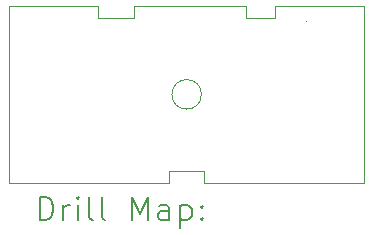
<source format=gbr>
%TF.GenerationSoftware,KiCad,Pcbnew,7.0.9*%
%TF.CreationDate,2024-03-13T02:42:56-05:00*%
%TF.ProjectId,MUX,4d55582e-6b69-4636-9164-5f7063625858,rev?*%
%TF.SameCoordinates,Original*%
%TF.FileFunction,Drillmap*%
%TF.FilePolarity,Positive*%
%FSLAX45Y45*%
G04 Gerber Fmt 4.5, Leading zero omitted, Abs format (unit mm)*
G04 Created by KiCad (PCBNEW 7.0.9) date 2024-03-13 02:42:56*
%MOMM*%
%LPD*%
G01*
G04 APERTURE LIST*
%ADD10C,0.100000*%
%ADD11C,0.200000*%
G04 APERTURE END LIST*
D10*
X16510000Y-8128000D02*
G75*
G03*
X16510000Y-8128000I0J0D01*
G01*
X15625000Y-8750000D02*
G75*
G03*
X15625000Y-8750000I-125000J0D01*
G01*
X14750000Y-8100000D02*
X15050000Y-8100000D01*
X15050000Y-8000000D01*
X16000000Y-8000000D01*
X16000000Y-8100000D01*
X16250000Y-8100000D01*
X16250000Y-8000000D01*
X17000000Y-8000000D01*
X17000000Y-9500000D01*
X15650000Y-9500000D01*
X15650000Y-9400000D01*
X15350000Y-9400000D01*
X15350000Y-9500000D01*
X14000000Y-9500000D01*
X14000000Y-8000000D01*
X14750000Y-8000000D01*
X14750000Y-8100000D01*
D11*
X14255777Y-9816484D02*
X14255777Y-9616484D01*
X14255777Y-9616484D02*
X14303396Y-9616484D01*
X14303396Y-9616484D02*
X14331967Y-9626008D01*
X14331967Y-9626008D02*
X14351015Y-9645055D01*
X14351015Y-9645055D02*
X14360539Y-9664103D01*
X14360539Y-9664103D02*
X14370062Y-9702198D01*
X14370062Y-9702198D02*
X14370062Y-9730770D01*
X14370062Y-9730770D02*
X14360539Y-9768865D01*
X14360539Y-9768865D02*
X14351015Y-9787912D01*
X14351015Y-9787912D02*
X14331967Y-9806960D01*
X14331967Y-9806960D02*
X14303396Y-9816484D01*
X14303396Y-9816484D02*
X14255777Y-9816484D01*
X14455777Y-9816484D02*
X14455777Y-9683150D01*
X14455777Y-9721246D02*
X14465301Y-9702198D01*
X14465301Y-9702198D02*
X14474824Y-9692674D01*
X14474824Y-9692674D02*
X14493872Y-9683150D01*
X14493872Y-9683150D02*
X14512920Y-9683150D01*
X14579586Y-9816484D02*
X14579586Y-9683150D01*
X14579586Y-9616484D02*
X14570062Y-9626008D01*
X14570062Y-9626008D02*
X14579586Y-9635531D01*
X14579586Y-9635531D02*
X14589110Y-9626008D01*
X14589110Y-9626008D02*
X14579586Y-9616484D01*
X14579586Y-9616484D02*
X14579586Y-9635531D01*
X14703396Y-9816484D02*
X14684348Y-9806960D01*
X14684348Y-9806960D02*
X14674824Y-9787912D01*
X14674824Y-9787912D02*
X14674824Y-9616484D01*
X14808158Y-9816484D02*
X14789110Y-9806960D01*
X14789110Y-9806960D02*
X14779586Y-9787912D01*
X14779586Y-9787912D02*
X14779586Y-9616484D01*
X15036729Y-9816484D02*
X15036729Y-9616484D01*
X15036729Y-9616484D02*
X15103396Y-9759341D01*
X15103396Y-9759341D02*
X15170062Y-9616484D01*
X15170062Y-9616484D02*
X15170062Y-9816484D01*
X15351015Y-9816484D02*
X15351015Y-9711722D01*
X15351015Y-9711722D02*
X15341491Y-9692674D01*
X15341491Y-9692674D02*
X15322443Y-9683150D01*
X15322443Y-9683150D02*
X15284348Y-9683150D01*
X15284348Y-9683150D02*
X15265301Y-9692674D01*
X15351015Y-9806960D02*
X15331967Y-9816484D01*
X15331967Y-9816484D02*
X15284348Y-9816484D01*
X15284348Y-9816484D02*
X15265301Y-9806960D01*
X15265301Y-9806960D02*
X15255777Y-9787912D01*
X15255777Y-9787912D02*
X15255777Y-9768865D01*
X15255777Y-9768865D02*
X15265301Y-9749817D01*
X15265301Y-9749817D02*
X15284348Y-9740293D01*
X15284348Y-9740293D02*
X15331967Y-9740293D01*
X15331967Y-9740293D02*
X15351015Y-9730770D01*
X15446253Y-9683150D02*
X15446253Y-9883150D01*
X15446253Y-9692674D02*
X15465301Y-9683150D01*
X15465301Y-9683150D02*
X15503396Y-9683150D01*
X15503396Y-9683150D02*
X15522443Y-9692674D01*
X15522443Y-9692674D02*
X15531967Y-9702198D01*
X15531967Y-9702198D02*
X15541491Y-9721246D01*
X15541491Y-9721246D02*
X15541491Y-9778389D01*
X15541491Y-9778389D02*
X15531967Y-9797436D01*
X15531967Y-9797436D02*
X15522443Y-9806960D01*
X15522443Y-9806960D02*
X15503396Y-9816484D01*
X15503396Y-9816484D02*
X15465301Y-9816484D01*
X15465301Y-9816484D02*
X15446253Y-9806960D01*
X15627205Y-9797436D02*
X15636729Y-9806960D01*
X15636729Y-9806960D02*
X15627205Y-9816484D01*
X15627205Y-9816484D02*
X15617682Y-9806960D01*
X15617682Y-9806960D02*
X15627205Y-9797436D01*
X15627205Y-9797436D02*
X15627205Y-9816484D01*
X15627205Y-9692674D02*
X15636729Y-9702198D01*
X15636729Y-9702198D02*
X15627205Y-9711722D01*
X15627205Y-9711722D02*
X15617682Y-9702198D01*
X15617682Y-9702198D02*
X15627205Y-9692674D01*
X15627205Y-9692674D02*
X15627205Y-9711722D01*
M02*

</source>
